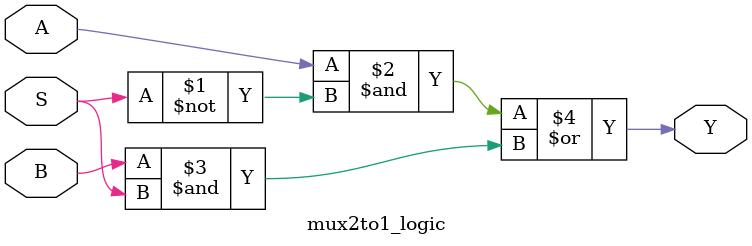
<source format=v>
module mux2to1_logic (
    input  wire A,
    input  wire B,
    input  wire S,
    output wire Y
);
    assign Y = (A & ~S) | (B & S);
endmodule

</source>
